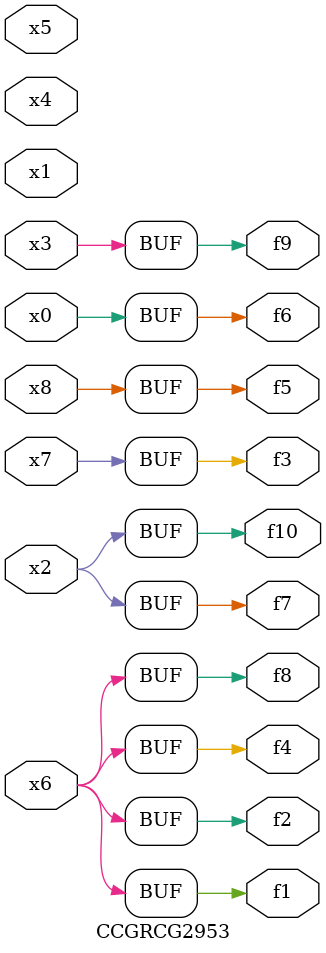
<source format=v>
module CCGRCG2953(
	input x0, x1, x2, x3, x4, x5, x6, x7, x8,
	output f1, f2, f3, f4, f5, f6, f7, f8, f9, f10
);
	assign f1 = x6;
	assign f2 = x6;
	assign f3 = x7;
	assign f4 = x6;
	assign f5 = x8;
	assign f6 = x0;
	assign f7 = x2;
	assign f8 = x6;
	assign f9 = x3;
	assign f10 = x2;
endmodule

</source>
